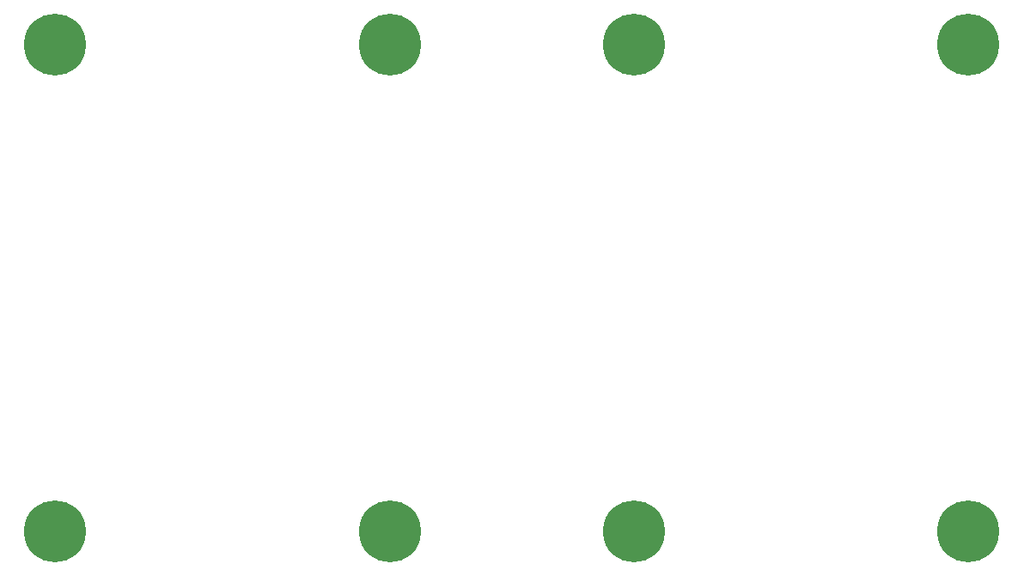
<source format=gbr>
G04 #@! TF.GenerationSoftware,KiCad,Pcbnew,5.99.0-unknown-64afa3a42e~128~ubuntu20.04.1*
G04 #@! TF.CreationDate,2021-05-19T20:45:21-05:00*
G04 #@! TF.ProjectId,RasPiCM4ConnectorTest,52617350-6943-44d3-9443-6f6e6e656374,rev?*
G04 #@! TF.SameCoordinates,Original*
G04 #@! TF.FileFunction,Soldermask,Bot*
G04 #@! TF.FilePolarity,Negative*
%FSLAX46Y46*%
G04 Gerber Fmt 4.6, Leading zero omitted, Abs format (unit mm)*
G04 Created by KiCad (PCBNEW 5.99.0-unknown-64afa3a42e~128~ubuntu20.04.1) date 2021-05-19 20:45:21*
%MOMM*%
%LPD*%
G01*
G04 APERTURE LIST*
%ADD10C,6.100000*%
G04 APERTURE END LIST*
D10*
G04 #@! TO.C,Module1*
X117460000Y-124500000D03*
X117460000Y-76500000D03*
X84460000Y-76500000D03*
X84460000Y-124500000D03*
G04 #@! TD*
G04 #@! TO.C,Module2*
X174460000Y-124500000D03*
X141460000Y-124500000D03*
X174460000Y-76500000D03*
X141460000Y-76500000D03*
G04 #@! TD*
M02*

</source>
